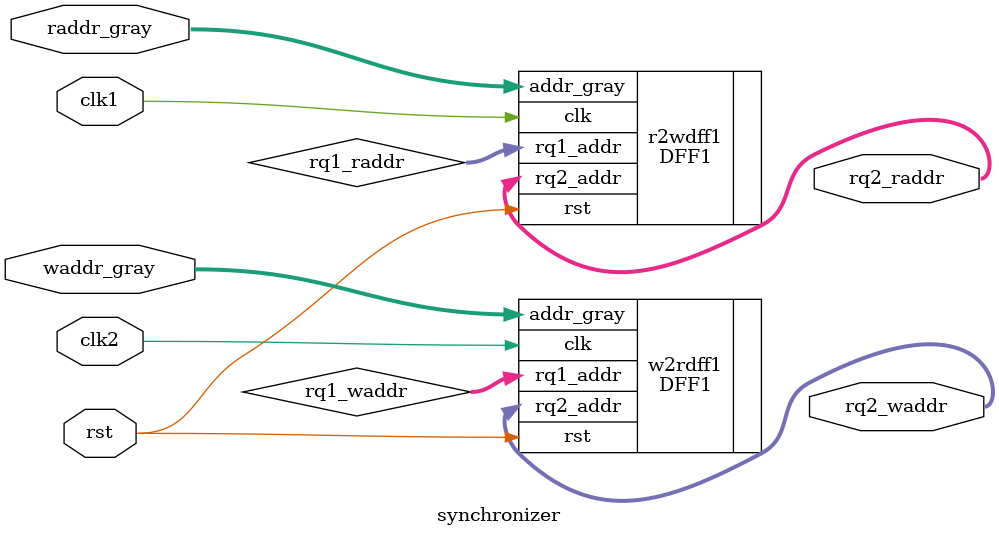
<source format=v>
`include "DFF1.v"

module synchronizer #(parameter PTR_SZ=2)
                     (input clk1, clk2, rst,
                      input [PTR_SZ:0] waddr_gray, raddr_gray,
                      output [PTR_SZ:0] rq2_raddr, rq2_waddr
);
  wire [PTR_SZ:0] rq1_waddr, rq1_raddr;

  DFF1 #(.PTR_SZ(PTR_SZ)) w2rdff1 (.rst(rst), .clk(clk2), .addr_gray(waddr_gray), .rq1_addr(rq1_waddr), .rq2_addr(rq2_waddr));
  DFF1 #(.PTR_SZ(PTR_SZ)) r2wdff1 (.rst(rst), .clk(clk1), .addr_gray(raddr_gray), .rq1_addr(rq1_raddr), .rq2_addr(rq2_raddr));

endmodule


</source>
